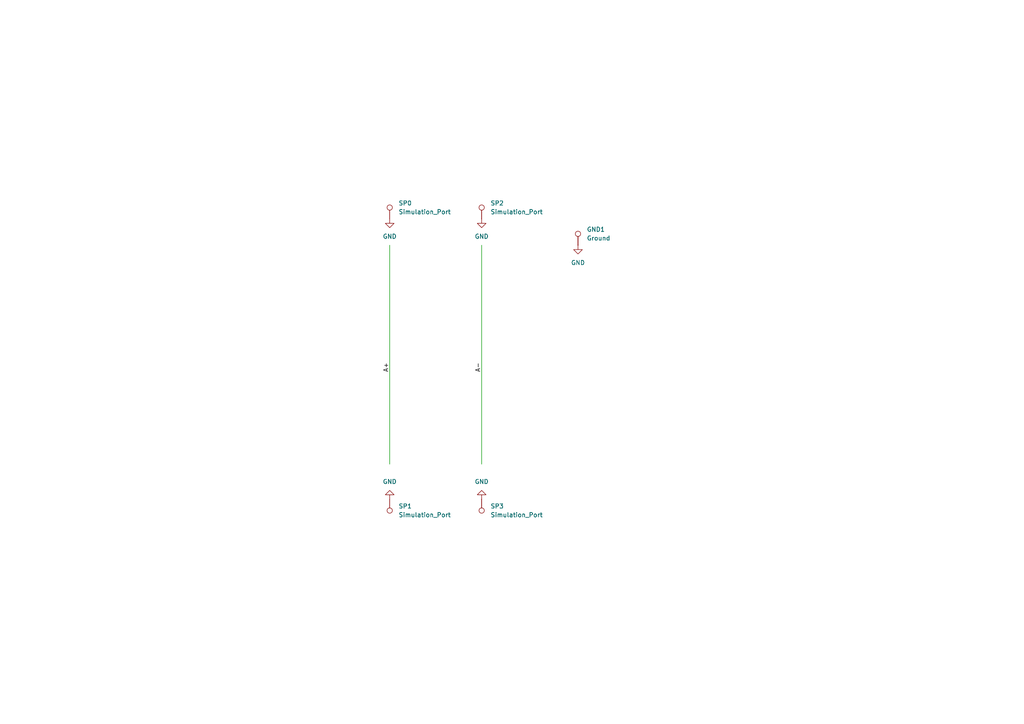
<source format=kicad_sch>
(kicad_sch (version 20231120) (generator "eeschema") (generator_version "8.0")
  (paper "A4")
  (lib_symbols
    (symbol "Connector:TestPoint" (pin_numbers hide) (pin_names (offset 0.762) hide)
      (property "Reference" "TP" (at 0 6.858 0))
      (property "Value" "TestPoint" (at 0 5.08 0))
      (symbol "TestPoint_0_1"
        (circle (center 0 3.302) (radius 0.762))
      )
      (symbol "TestPoint_1_1"
        (pin passive line (at 0 0 90) (length 2.54) (name "1") (number "1"))
      )
    )
    (symbol "power:GND" (power) (pin_numbers hide) (pin_names (offset 0) hide)
      (property "Value" "GND" (at 0 -3.81 0))
      (symbol "GND_0_1"
        (polyline (pts (xy 0 0) (xy 0 -1.27) (xy 1.27 -1.27) (xy 0 -2.54) (xy -1.27 -1.27) (xy 0 -1.27)))
      )
      (symbol "GND_1_1"
        (pin power_in line (at 0 0 270) (length 0) (name "~") (number "1"))
      )
    )
  )
  (wire (pts (xy 139.7 71.12) (xy 139.7 134.62)))
  (wire (pts (xy 113.03 71.12) (xy 113.03 134.62)))
  (label "A-" (at 139.7 107.95 90))
  (label "A+" (at 113.03 107.95 90))
  (symbol (lib_id "power:GND") (at 167.64 71.12 0) (unit 1)
    (property "Reference" "#PWR01" (effects (hide yes)))
    (property "Value" "GND" (at 167.64 76.2 0))
    (property "Description" "Power symbol creates a global label with name \"GND\" , ground" (effects (hide yes)))
  )
  (symbol (lib_id "power:GND") (at 113.03 144.78 180) (unit 1)
    (property "Reference" "#PWR04" (effects (hide yes)))
    (property "Value" "GND" (at 113.03 139.7 0))
    (property "Description" "Power symbol creates a global label with name \"GND\" , ground" (effects (hide yes)))
  )
  (symbol (lib_id "power:GND") (at 113.03 63.5 0) (unit 1)
    (property "Reference" "#PWR02" (effects (hide yes)))
    (property "Value" "GND" (at 113.03 68.58 0))
    (property "Description" "Power symbol creates a global label with name \"GND\" , ground" (effects (hide yes)))
  )
  (symbol (lib_id "power:GND") (at 139.7 144.78 180) (unit 1)
    (property "Reference" "#PWR05" (effects (hide yes)))
    (property "Value" "GND" (at 139.7 139.7 0))
    (property "Description" "Power symbol creates a global label with name \"GND\" , ground" (effects (hide yes)))
  )
  (symbol (lib_id "Connector:TestPoint") (at 113.03 63.5 0) (unit 1)
    (property "Reference" "SP0" (at 115.57 58.9279 0) (effects (justify left)))
    (property "Value" "Simulation_Port" (at 115.57 61.4679 0) (effects (justify left)))
    (property "Footprint" "simulation_port:pad_0.15mm" (effects (hide yes)))
    (property "Description" "test point" (effects (hide yes)))
  )
  (symbol (lib_id "power:GND") (at 139.7 63.5 0) (unit 1)
    (property "Reference" "#PWR03" (effects (hide yes)))
    (property "Value" "GND" (at 139.7 68.58 0))
    (property "Description" "Power symbol creates a global label with name \"GND\" , ground" (effects (hide yes)))
  )
  (symbol (lib_id "Connector:TestPoint") (at 113.03 144.78 180) (unit 1)
    (property "Reference" "SP1" (at 115.57 146.8119 0) (effects (justify right)))
    (property "Value" "Simulation_Port" (at 115.57 149.3519 0) (effects (justify right)))
    (property "Footprint" "simulation_port:pad_0.15mm" (effects (hide yes)))
    (property "Description" "test point" (effects (hide yes)))
  )
  (symbol (lib_id "Connector:TestPoint") (at 139.7 144.78 180) (unit 1)
    (property "Reference" "SP3" (at 142.24 146.8119 0) (effects (justify right)))
    (property "Value" "Simulation_Port" (at 142.24 149.3519 0) (effects (justify right)))
    (property "Footprint" "simulation_port:pad_0.15mm" (effects (hide yes)))
    (property "Description" "test point" (effects (hide yes)))
  )
  (symbol (lib_id "Connector:TestPoint") (at 167.64 71.12 0) (unit 1)
    (property "Reference" "GND1" (at 170.18 66.5479 0) (effects (justify left)))
    (property "Value" "Ground" (at 170.18 69.0879 0) (effects (justify left)))
    (property "Footprint" "simulation_port:pad_0.1mm" (effects (hide yes)))
    (property "Description" "test point" (effects (hide yes)))
  )
  (symbol (lib_id "Connector:TestPoint") (at 139.7 63.5 0) (unit 1)
    (property "Reference" "SP2" (at 142.24 58.9279 0) (effects (justify left)))
    (property "Value" "Simulation_Port" (at 142.24 61.4679 0) (effects (justify left)))
    (property "Footprint" "simulation_port:pad_0.15mm" (effects (hide yes)))
    (property "Description" "test point" (effects (hide yes)))
  )
)
</source>
